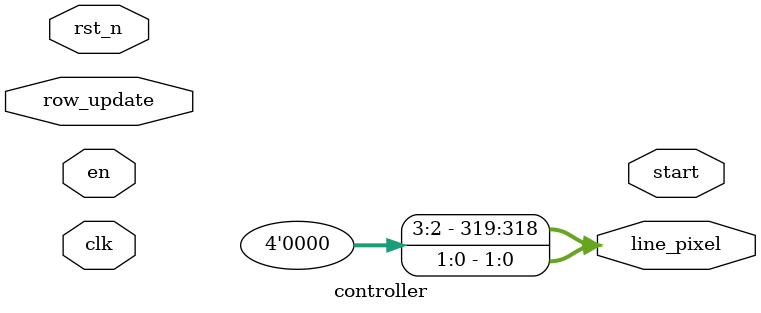
<source format=v>
module controller(
    input wire clk,
    input wire rst_n,
    input wire en,
    input wire row_update,
    output wire[319:0] line_pixel,
    output reg start
);

wire data_out;
reg [8:0] col_counter;

assign line_pixel[1:0] = 2'b00;
assign line_pixel[319:318] = 2'b00;

//!例化高斯滤波器
gaosi_filter gaosi_filter_inst(
    .clk(clk),
    .rst_n(rst_n),
    .en(en),
    .data_in(data_in),
    .data_out(data_out)
);

endmodule
</source>
